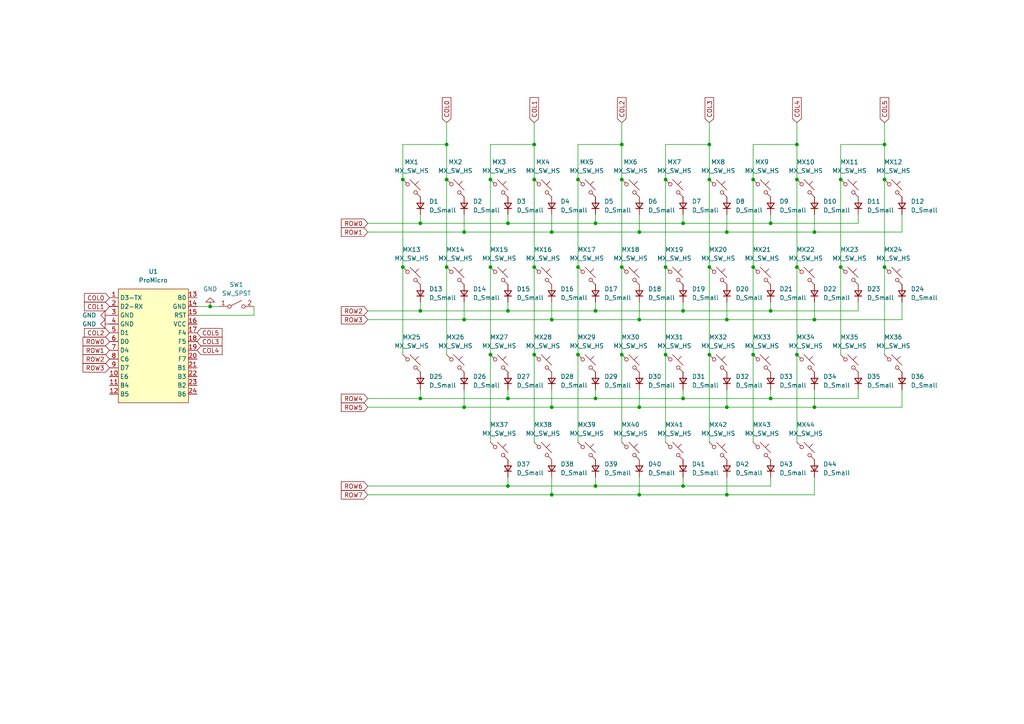
<source format=kicad_sch>
(kicad_sch (version 20230121) (generator eeschema)
  (paper "A4")
  (lib_symbols
    (symbol "Device:D_Small" (pin_numbers hide) (pin_names (offset 0.254) hide)
      (property "Reference" "D" (at -1.27 2.032 0))
      (property "Value" "D_Small" (at -3.81 -2.032 0))
      (symbol "D_Small_0_1"
        (polyline (pts (xy -0.762 -1.016) (xy -0.762 1.016)) (stroke (width 0.254)))
        (polyline (pts (xy -0.762 0) (xy 0.762 0)))
        (polyline (pts (xy 0.762 -1.016) (xy -0.762 0) (xy 0.762 1.016) (xy 0.762 -1.016)) (stroke (width 0.254)))
      )
      (symbol "D_Small_1_1"
        (pin passive line (at -2.54 0 0) (length 1.778) (name "K") (number "1"))
        (pin passive line (at 2.54 0 180) (length 1.778) (name "A") (number "2"))
      )
    )
    (symbol "Switch:SW_SPST" (pin_names (offset 0) hide)
      (property "Reference" "SW" (at 0 3.175 0))
      (property "Value" "SW_SPST" (at 0 -2.54 0))
      (symbol "SW_SPST_0_0"
        (circle (center -2.032 0) (radius 0.508))
        (polyline (pts (xy -1.524 0.254) (xy 1.524 1.778)))
        (circle (center 2.032 0) (radius 0.508))
      )
      (symbol "SW_SPST_1_1"
        (pin passive line (at -5.08 0 0) (length 2.54) (name "A") (number "1"))
        (pin passive line (at 5.08 0 180) (length 2.54) (name "B") (number "2"))
      )
    )
    (symbol "marbastlib-mx:MX_SW_HS" (pin_numbers hide) (pin_names (offset 1.016) hide)
      (property "Reference" "MX" (at 3.048 1.016 0))
      (property "Value" "MX_SW_HS" (at 0 -3.81 0))
      (symbol "MX_SW_HS_0_1"
        (circle (center -1.1684 1.1684) (radius 0.508))
        (polyline (pts (xy -0.508 2.54) (xy 2.54 -0.508)))
        (polyline (pts (xy 1.016 1.016) (xy 2.032 2.032)))
        (polyline (pts (xy -2.54 2.54) (xy -1.524 1.524) (xy -1.524 1.524)))
        (polyline (pts (xy 1.524 -1.524) (xy 2.54 -2.54) (xy 2.54 -2.54) (xy 2.54 -2.54)))
        (circle (center 1.143 -1.1938) (radius 0.508))
        (pin passive line (at -2.54 2.54 0) (length 0) (name "1") (number "1"))
        (pin passive line (at 2.54 -2.54 180) (length 0) (name "2") (number "2"))
      )
    )
    (symbol "marbastlib-promicroish:Arduino_ProMicro" (in_bom no)
      (property "Reference" "U" (at 0 20.32 0))
      (property "Value" "ProMicro" (at 0 17.78 0))
      (symbol "Arduino_ProMicro_0_0"
        (pin bidirectional line (at -12.7 13.97 0) (length 2.54) (name "D3-TX") (number "1"))
        (pin bidirectional line (at -12.7 -8.89 0) (length 2.54) (name "E6") (number "10"))
        (pin bidirectional line (at -12.7 -11.43 0) (length 2.54) (name "B4") (number "11"))
        (pin bidirectional line (at -12.7 -13.97 0) (length 2.54) (name "B5") (number "12"))
        (pin power_out line (at 12.7 11.43 180) (length 2.54) (name "GND") (number "14"))
        (pin bidirectional line (at 12.7 8.89 180) (length 2.54) (name "RST") (number "15"))
        (pin bidirectional line (at 12.7 3.81 180) (length 2.54) (name "F4") (number "17"))
        (pin bidirectional line (at 12.7 1.27 180) (length 2.54) (name "F5") (number "18"))
        (pin bidirectional line (at 12.7 -1.27 180) (length 2.54) (name "F6") (number "19"))
        (pin bidirectional line (at -12.7 11.43 0) (length 2.54) (name "D2-RX") (number "2"))
        (pin bidirectional line (at 12.7 -3.81 180) (length 2.54) (name "F7") (number "20"))
        (pin bidirectional line (at 12.7 -6.35 180) (length 2.54) (name "B1") (number "21"))
        (pin bidirectional line (at 12.7 -8.89 180) (length 2.54) (name "B3") (number "22"))
        (pin bidirectional line (at 12.7 -11.43 180) (length 2.54) (name "B2") (number "23"))
        (pin bidirectional line (at 12.7 -13.97 180) (length 2.54) (name "B6") (number "24"))
        (pin power_out line (at -12.7 8.89 0) (length 2.54) (name "GND") (number "3"))
        (pin power_out line (at -12.7 6.35 0) (length 2.54) (name "GND") (number "4"))
        (pin bidirectional line (at -12.7 3.81 0) (length 2.54) (name "D1") (number "5"))
        (pin bidirectional line (at -12.7 1.27 0) (length 2.54) (name "D0") (number "6"))
        (pin bidirectional line (at -12.7 -1.27 0) (length 2.54) (name "D4") (number "7"))
        (pin bidirectional line (at -12.7 -3.81 0) (length 2.54) (name "C6") (number "8"))
        (pin bidirectional line (at -12.7 -6.35 0) (length 2.54) (name "D7") (number "9"))
      )
      (symbol "Arduino_ProMicro_1_0"
        (pin bidirectional line (at 12.7 13.97 180) (length 2.54) (name "B0") (number "13"))
        (pin power_out line (at 12.7 6.35 180) (length 2.54) (name "VCC") (number "16"))
      )
      (symbol "Arduino_ProMicro_1_1"
        (rectangle (start -10.16 16.51) (end 10.16 -16.51) (fill (type background)))
      )
    )
    (symbol "power:GND" (power) (pin_names (offset 0))
      (property "Value" "GND" (at 0 -3.81 0))
      (symbol "GND_0_1"
        (polyline (pts (xy 0 0) (xy 0 -1.27) (xy 1.27 -1.27) (xy 0 -2.54) (xy -1.27 -1.27) (xy 0 -1.27)))
      )
      (symbol "GND_1_1"
        (pin power_in line (at 0 0 270) (length 0) hide (name "GND") (number "1"))
      )
    )
  )
  (junction (at 147.32 64.77))
  (junction (at 256.54 52.07))
  (junction (at 147.32 140.97))
  (junction (at 198.12 90.17))
  (junction (at 60.96 88.9))
  (junction (at 193.04 77.47))
  (junction (at 193.04 102.87))
  (junction (at 218.44 102.87))
  (junction (at 231.14 102.87))
  (junction (at 185.42 67.31))
  (junction (at 121.92 115.57))
  (junction (at 180.34 77.47))
  (junction (at 142.24 102.87))
  (junction (at 185.42 118.11))
  (junction (at 160.02 67.31))
  (junction (at 134.62 67.31))
  (junction (at 223.52 90.17))
  (junction (at 180.34 102.87))
  (junction (at 121.92 90.17))
  (junction (at 210.82 67.31))
  (junction (at 256.54 41.91))
  (junction (at 210.82 143.51))
  (junction (at 180.34 52.07))
  (junction (at 154.94 41.91))
  (junction (at 205.74 77.47))
  (junction (at 172.72 115.57))
  (junction (at 129.54 52.07))
  (junction (at 198.12 140.97))
  (junction (at 142.24 52.07))
  (junction (at 147.32 90.17))
  (junction (at 231.14 52.07))
  (junction (at 154.94 102.87))
  (junction (at 205.74 41.91))
  (junction (at 210.82 118.11))
  (junction (at 205.74 102.87))
  (junction (at 205.74 52.07))
  (junction (at 223.52 64.77))
  (junction (at 129.54 77.47))
  (junction (at 223.52 115.57))
  (junction (at 129.54 41.91))
  (junction (at 236.22 67.31))
  (junction (at 198.12 64.77))
  (junction (at 167.64 102.87))
  (junction (at 218.44 52.07))
  (junction (at 160.02 92.71))
  (junction (at 142.24 77.47))
  (junction (at 210.82 92.71))
  (junction (at 147.32 115.57))
  (junction (at 167.64 52.07))
  (junction (at 180.34 41.91))
  (junction (at 236.22 92.71))
  (junction (at 154.94 52.07))
  (junction (at 154.94 77.47))
  (junction (at 167.64 77.47))
  (junction (at 160.02 118.11))
  (junction (at 256.54 77.47))
  (junction (at 116.84 52.07))
  (junction (at 193.04 52.07))
  (junction (at 172.72 64.77))
  (junction (at 172.72 140.97))
  (junction (at 243.84 52.07))
  (junction (at 243.84 77.47))
  (junction (at 134.62 118.11))
  (junction (at 121.92 64.77))
  (junction (at 231.14 41.91))
  (junction (at 172.72 90.17))
  (junction (at 231.14 77.47))
  (junction (at 116.84 77.47))
  (junction (at 236.22 118.11))
  (junction (at 160.02 143.51))
  (junction (at 185.42 92.71))
  (junction (at 134.62 92.71))
  (junction (at 218.44 77.47))
  (junction (at 198.12 115.57))
  (junction (at 185.42 143.51))
  (wire (pts (xy 210.82 92.71) (xy 236.22 92.71)))
  (wire (pts (xy 210.82 138.43) (xy 210.82 143.51)))
  (wire (pts (xy 198.12 113.03) (xy 198.12 115.57)))
  (wire (pts (xy 106.68 143.51) (xy 160.02 143.51)))
  (wire (pts (xy 106.68 92.71) (xy 134.62 92.71)))
  (wire (pts (xy 236.22 92.71) (xy 261.62 92.71)))
  (wire (pts (xy 154.94 41.91) (xy 154.94 35.56)))
  (wire (pts (xy 134.62 62.23) (xy 134.62 67.31)))
  (wire (pts (xy 147.32 140.97) (xy 106.68 140.97)))
  (wire (pts (xy 198.12 140.97) (xy 172.72 140.97)))
  (wire (pts (xy 223.52 115.57) (xy 248.92 115.57)))
  (wire (pts (xy 134.62 92.71) (xy 160.02 92.71)))
  (wire (pts (xy 172.72 138.43) (xy 172.72 140.97)))
  (wire (pts (xy 243.84 77.47) (xy 243.84 52.07)))
  (wire (pts (xy 193.04 102.87) (xy 193.04 77.47)))
  (wire (pts (xy 121.92 113.03) (xy 121.92 115.57)))
  (wire (pts (xy 180.34 102.87) (xy 180.34 128.27)))
  (wire (pts (xy 193.04 128.27) (xy 193.04 102.87)))
  (wire (pts (xy 210.82 87.63) (xy 210.82 92.71)))
  (wire (pts (xy 129.54 41.91) (xy 129.54 52.07)))
  (wire (pts (xy 60.96 88.9) (xy 57.15 88.9)))
  (wire (pts (xy 205.74 35.56) (xy 205.74 41.91)))
  (wire (pts (xy 185.42 138.43) (xy 185.42 143.51)))
  (wire (pts (xy 73.66 91.44) (xy 57.15 91.44)))
  (wire (pts (xy 223.52 64.77) (xy 248.92 64.77)))
  (wire (pts (xy 147.32 115.57) (xy 172.72 115.57)))
  (wire (pts (xy 185.42 67.31) (xy 210.82 67.31)))
  (wire (pts (xy 256.54 52.07) (xy 256.54 77.47)))
  (wire (pts (xy 205.74 102.87) (xy 205.74 128.27)))
  (wire (pts (xy 154.94 77.47) (xy 154.94 52.07)))
  (wire (pts (xy 172.72 113.03) (xy 172.72 115.57)))
  (wire (pts (xy 223.52 87.63) (xy 223.52 90.17)))
  (wire (pts (xy 198.12 138.43) (xy 198.12 140.97)))
  (wire (pts (xy 218.44 52.07) (xy 218.44 41.91)))
  (wire (pts (xy 172.72 64.77) (xy 198.12 64.77)))
  (wire (pts (xy 231.14 77.47) (xy 231.14 102.87)))
  (wire (pts (xy 223.52 140.97) (xy 198.12 140.97)))
  (wire (pts (xy 172.72 140.97) (xy 147.32 140.97)))
  (wire (pts (xy 106.68 67.31) (xy 134.62 67.31)))
  (wire (pts (xy 223.52 62.23) (xy 223.52 64.77)))
  (wire (pts (xy 116.84 77.47) (xy 116.84 52.07)))
  (wire (pts (xy 147.32 87.63) (xy 147.32 90.17)))
  (wire (pts (xy 180.34 35.56) (xy 180.34 41.91)))
  (wire (pts (xy 185.42 113.03) (xy 185.42 118.11)))
  (wire (pts (xy 134.62 118.11) (xy 160.02 118.11)))
  (wire (pts (xy 218.44 77.47) (xy 218.44 52.07)))
  (wire (pts (xy 198.12 87.63) (xy 198.12 90.17)))
  (wire (pts (xy 210.82 113.03) (xy 210.82 118.11)))
  (wire (pts (xy 236.22 62.23) (xy 236.22 67.31)))
  (wire (pts (xy 167.64 52.07) (xy 167.64 41.91)))
  (wire (pts (xy 154.94 52.07) (xy 154.94 41.91)))
  (wire (pts (xy 167.64 128.27) (xy 167.64 102.87)))
  (wire (pts (xy 256.54 41.91) (xy 256.54 52.07)))
  (wire (pts (xy 147.32 62.23) (xy 147.32 64.77)))
  (wire (pts (xy 160.02 113.03) (xy 160.02 118.11)))
  (wire (pts (xy 180.34 41.91) (xy 180.34 52.07)))
  (wire (pts (xy 142.24 128.27) (xy 142.24 102.87)))
  (wire (pts (xy 142.24 77.47) (xy 142.24 52.07)))
  (wire (pts (xy 231.14 52.07) (xy 231.14 77.47)))
  (wire (pts (xy 160.02 92.71) (xy 185.42 92.71)))
  (wire (pts (xy 154.94 102.87) (xy 154.94 77.47)))
  (wire (pts (xy 223.52 90.17) (xy 248.92 90.17)))
  (wire (pts (xy 172.72 62.23) (xy 172.72 64.77)))
  (wire (pts (xy 236.22 87.63) (xy 236.22 92.71)))
  (wire (pts (xy 248.92 113.03) (xy 248.92 115.57)))
  (wire (pts (xy 185.42 62.23) (xy 185.42 67.31)))
  (wire (pts (xy 210.82 67.31) (xy 236.22 67.31)))
  (wire (pts (xy 218.44 102.87) (xy 218.44 77.47)))
  (wire (pts (xy 160.02 138.43) (xy 160.02 143.51)))
  (wire (pts (xy 134.62 87.63) (xy 134.62 92.71)))
  (wire (pts (xy 121.92 64.77) (xy 147.32 64.77)))
  (wire (pts (xy 60.96 88.9) (xy 63.5 88.9)))
  (wire (pts (xy 185.42 143.51) (xy 210.82 143.51)))
  (wire (pts (xy 185.42 118.11) (xy 210.82 118.11)))
  (wire (pts (xy 248.92 87.63) (xy 248.92 90.17)))
  (wire (pts (xy 205.74 41.91) (xy 205.74 52.07)))
  (wire (pts (xy 193.04 41.91) (xy 205.74 41.91)))
  (wire (pts (xy 160.02 62.23) (xy 160.02 67.31)))
  (wire (pts (xy 261.62 113.03) (xy 261.62 118.11)))
  (wire (pts (xy 116.84 102.87) (xy 116.84 77.47)))
  (wire (pts (xy 129.54 77.47) (xy 129.54 102.87)))
  (wire (pts (xy 167.64 77.47) (xy 167.64 52.07)))
  (wire (pts (xy 193.04 52.07) (xy 193.04 41.91)))
  (wire (pts (xy 223.52 138.43) (xy 223.52 140.97)))
  (wire (pts (xy 172.72 115.57) (xy 198.12 115.57)))
  (wire (pts (xy 205.74 52.07) (xy 205.74 77.47)))
  (wire (pts (xy 142.24 41.91) (xy 154.94 41.91)))
  (wire (pts (xy 205.74 77.47) (xy 205.74 102.87)))
  (wire (pts (xy 198.12 90.17) (xy 223.52 90.17)))
  (wire (pts (xy 180.34 52.07) (xy 180.34 77.47)))
  (wire (pts (xy 142.24 102.87) (xy 142.24 77.47)))
  (wire (pts (xy 160.02 67.31) (xy 185.42 67.31)))
  (wire (pts (xy 193.04 77.47) (xy 193.04 52.07)))
  (wire (pts (xy 167.64 102.87) (xy 167.64 77.47)))
  (wire (pts (xy 121.92 115.57) (xy 147.32 115.57)))
  (wire (pts (xy 134.62 67.31) (xy 160.02 67.31)))
  (wire (pts (xy 236.22 138.43) (xy 236.22 143.51)))
  (wire (pts (xy 256.54 35.56) (xy 256.54 41.91)))
  (wire (pts (xy 231.14 35.56) (xy 231.14 41.91)))
  (wire (pts (xy 106.68 64.77) (xy 121.92 64.77)))
  (wire (pts (xy 231.14 41.91) (xy 231.14 52.07)))
  (wire (pts (xy 236.22 113.03) (xy 236.22 118.11)))
  (wire (pts (xy 210.82 143.51) (xy 236.22 143.51)))
  (wire (pts (xy 129.54 52.07) (xy 129.54 77.47)))
  (wire (pts (xy 121.92 87.63) (xy 121.92 90.17)))
  (wire (pts (xy 248.92 62.23) (xy 248.92 64.77)))
  (wire (pts (xy 261.62 87.63) (xy 261.62 92.71)))
  (wire (pts (xy 106.68 115.57) (xy 121.92 115.57)))
  (wire (pts (xy 243.84 102.87) (xy 243.84 77.47)))
  (wire (pts (xy 147.32 138.43) (xy 147.32 140.97)))
  (wire (pts (xy 160.02 118.11) (xy 185.42 118.11)))
  (wire (pts (xy 243.84 41.91) (xy 256.54 41.91)))
  (wire (pts (xy 243.84 52.07) (xy 243.84 41.91)))
  (wire (pts (xy 106.68 90.17) (xy 121.92 90.17)))
  (wire (pts (xy 185.42 92.71) (xy 210.82 92.71)))
  (wire (pts (xy 134.62 113.03) (xy 134.62 118.11)))
  (wire (pts (xy 218.44 102.87) (xy 218.44 128.27)))
  (wire (pts (xy 121.92 90.17) (xy 147.32 90.17)))
  (wire (pts (xy 147.32 90.17) (xy 172.72 90.17)))
  (wire (pts (xy 116.84 52.07) (xy 116.84 41.91)))
  (wire (pts (xy 210.82 118.11) (xy 236.22 118.11)))
  (wire (pts (xy 218.44 41.91) (xy 231.14 41.91)))
  (wire (pts (xy 172.72 87.63) (xy 172.72 90.17)))
  (wire (pts (xy 116.84 41.91) (xy 129.54 41.91)))
  (wire (pts (xy 129.54 35.56) (xy 129.54 41.91)))
  (wire (pts (xy 198.12 62.23) (xy 198.12 64.77)))
  (wire (pts (xy 231.14 102.87) (xy 231.14 128.27)))
  (wire (pts (xy 256.54 77.47) (xy 256.54 102.87)))
  (wire (pts (xy 198.12 115.57) (xy 223.52 115.57)))
  (wire (pts (xy 160.02 143.51) (xy 185.42 143.51)))
  (wire (pts (xy 73.66 88.9) (xy 73.66 91.44)))
  (wire (pts (xy 147.32 64.77) (xy 172.72 64.77)))
  (wire (pts (xy 180.34 77.47) (xy 180.34 102.87)))
  (wire (pts (xy 142.24 52.07) (xy 142.24 41.91)))
  (wire (pts (xy 236.22 118.11) (xy 261.62 118.11)))
  (wire (pts (xy 147.32 113.03) (xy 147.32 115.57)))
  (wire (pts (xy 121.92 62.23) (xy 121.92 64.77)))
  (wire (pts (xy 236.22 67.31) (xy 261.62 67.31)))
  (wire (pts (xy 198.12 64.77) (xy 223.52 64.77)))
  (wire (pts (xy 223.52 113.03) (xy 223.52 115.57)))
  (wire (pts (xy 172.72 90.17) (xy 198.12 90.17)))
  (wire (pts (xy 167.64 41.91) (xy 180.34 41.91)))
  (wire (pts (xy 185.42 87.63) (xy 185.42 92.71)))
  (wire (pts (xy 261.62 62.23) (xy 261.62 67.31)))
  (wire (pts (xy 160.02 87.63) (xy 160.02 92.71)))
  (wire (pts (xy 210.82 62.23) (xy 210.82 67.31)))
  (wire (pts (xy 106.68 118.11) (xy 134.62 118.11)))
  (wire (pts (xy 154.94 128.27) (xy 154.94 102.87)))
  (global_label "ROW1" (shape input) (at 106.68 67.31 180) (property "Intersheetrefs" "${INTERSHEET_REFS}" (effects hide)))
  (global_label "ROW0" (shape input) (at 106.68 64.77 180) (property "Intersheetrefs" "${INTERSHEET_REFS}" (effects hide)))
  (global_label "ROW1" (shape input) (at 31.75 101.6 180) (property "Intersheetrefs" "${INTERSHEET_REFS}" (effects hide)))
  (global_label "ROW5" (shape input) (at 106.68 118.11 180) (property "Intersheetrefs" "${INTERSHEET_REFS}" (effects hide)))
  (global_label "ROW6" (shape input) (at 106.68 140.97 180) (property "Intersheetrefs" "${INTERSHEET_REFS}" (effects hide)))
  (global_label "ROW4" (shape input) (at 106.68 115.57 180) (property "Intersheetrefs" "${INTERSHEET_REFS}" (effects hide)))
  (global_label "ROW2" (shape input) (at 106.68 90.17 180) (property "Intersheetrefs" "${INTERSHEET_REFS}" (effects hide)))
  (global_label "COL4" (shape input) (at 57.15 101.6 0) (property "Intersheetrefs" "${INTERSHEET_REFS}" (effects hide)))
  (global_label "COL3" (shape input) (at 57.15 99.06 0) (property "Intersheetrefs" "${INTERSHEET_REFS}" (effects hide)))
  (global_label "ROW7" (shape input) (at 106.68 143.51 180) (property "Intersheetrefs" "${INTERSHEET_REFS}" (effects hide)))
  (global_label "ROW3" (shape input) (at 31.75 106.68 180) (property "Intersheetrefs" "${INTERSHEET_REFS}" (effects hide)))
  (global_label "COL0" (shape input) (at 31.75 86.36 180) (property "Intersheetrefs" "${INTERSHEET_REFS}" (effects hide)))
  (global_label "COL2" (shape input) (at 31.75 96.52 180) (property "Intersheetrefs" "${INTERSHEET_REFS}" (effects hide)))
  (global_label "ROW3" (shape input) (at 106.68 92.71 180) (property "Intersheetrefs" "${INTERSHEET_REFS}" (effects hide)))
  (global_label "COL5" (shape input) (at 256.54 35.56 90) (property "Intersheetrefs" "${INTERSHEET_REFS}" (effects hide)))
  (global_label "COL3" (shape input) (at 205.74 35.56 90) (property "Intersheetrefs" "${INTERSHEET_REFS}" (effects hide)))
  (global_label "COL0" (shape input) (at 129.54 35.56 90) (property "Intersheetrefs" "${INTERSHEET_REFS}" (effects hide)))
  (global_label "ROW2" (shape input) (at 31.75 104.14 180) (property "Intersheetrefs" "${INTERSHEET_REFS}" (effects hide)))
  (global_label "COL2" (shape input) (at 180.34 35.56 90) (property "Intersheetrefs" "${INTERSHEET_REFS}" (effects hide)))
  (global_label "COL1" (shape input) (at 31.75 88.9 180) (property "Intersheetrefs" "${INTERSHEET_REFS}" (effects hide)))
  (global_label "COL4" (shape input) (at 231.14 35.56 90) (property "Intersheetrefs" "${INTERSHEET_REFS}" (effects hide)))
  (global_label "COL1" (shape input) (at 154.94 35.56 90) (property "Intersheetrefs" "${INTERSHEET_REFS}" (effects hide)))
  (global_label "ROW0" (shape input) (at 31.75 99.06 180) (property "Intersheetrefs" "${INTERSHEET_REFS}" (effects hide)))
  (global_label "COL5" (shape input) (at 57.15 96.52 0) (property "Intersheetrefs" "${INTERSHEET_REFS}" (effects hide)))
  (symbol (lib_id "Device:D_Small") (at 236.22 85.09 90) (unit 1)
    (property "Reference" "D22" (at 238.76 83.82 90) (effects (justify right)))
    (property "Value" "D_Small" (at 238.76 86.36 90) (effects (justify right)))
    (property "Footprint" "Diode_SMD:D_SOD-123" (effects hide))
    (property "Sim.Device" "D" (effects hide))
    (property "Sim.Pins" "1=K 2=A" (effects hide))
  )
  (symbol (lib_id "Device:D_Small") (at 236.22 135.89 90) (unit 1)
    (property "Reference" "D44" (at 238.76 134.62 90) (effects (justify right)))
    (property "Value" "D_Small" (at 238.76 137.16 90) (effects (justify right)))
    (property "Footprint" "Diode_SMD:D_SOD-123" (effects hide))
    (property "Sim.Device" "D" (effects hide))
    (property "Sim.Pins" "1=K 2=A" (effects hide))
  )
  (symbol (lib_id "Device:D_Small") (at 160.02 110.49 90) (unit 1)
    (property "Reference" "D28" (at 162.56 109.22 90) (effects (justify right)))
    (property "Value" "D_Small" (at 162.56 111.76 90) (effects (justify right)))
    (property "Footprint" "Diode_SMD:D_SOD-123" (effects hide))
    (property "Sim.Device" "D" (effects hide))
    (property "Sim.Pins" "1=K 2=A" (effects hide))
  )
  (symbol (lib_id "Device:D_Small") (at 210.82 110.49 90) (unit 1)
    (property "Reference" "D32" (at 213.36 109.22 90) (effects (justify right)))
    (property "Value" "D_Small" (at 213.36 111.76 90) (effects (justify right)))
    (property "Footprint" "Diode_SMD:D_SOD-123" (effects hide))
    (property "Sim.Device" "D" (effects hide))
    (property "Sim.Pins" "1=K 2=A" (effects hide))
  )
  (symbol (lib_id "marbastlib-mx:MX_SW_HS") (at 144.78 80.01 0) (unit 1)
    (property "Reference" "MX15" (at 144.78 72.39 0))
    (property "Value" "MX_SW_HS" (at 144.78 74.93 0))
    (property "Footprint" "marbastlib-mx:SW_MX_HS_1u" (effects hide))
  )
  (symbol (lib_id "marbastlib-mx:MX_SW_HS") (at 220.98 54.61 0) (unit 1)
    (property "Reference" "MX9" (at 220.98 46.99 0))
    (property "Value" "MX_SW_HS" (at 220.98 49.53 0))
    (property "Footprint" "marbastlib-mx:SW_MX_HS_1u" (effects hide))
  )
  (symbol (lib_id "Switch:SW_SPST") (at 68.58 88.9 0) (unit 1)
    (property "Reference" "SW1" (at 68.58 82.55 0))
    (property "Value" "SW_SPST" (at 68.58 85.09 0))
    (property "Footprint" "Switches:TACTILE_SWITCH_SMD_6.0X3.5MM" (effects hide))
  )
  (symbol (lib_id "marbastlib-mx:MX_SW_HS") (at 246.38 105.41 0) (unit 1)
    (property "Reference" "MX35" (at 246.38 97.79 0))
    (property "Value" "MX_SW_HS" (at 246.38 100.33 0))
    (property "Footprint" "marbastlib-mx:SW_MX_HS_1u" (effects hide))
  )
  (symbol (lib_id "marbastlib-mx:MX_SW_HS") (at 182.88 105.41 0) (unit 1)
    (property "Reference" "MX30" (at 182.88 97.79 0))
    (property "Value" "MX_SW_HS" (at 182.88 100.33 0))
    (property "Footprint" "marbastlib-mx:SW_MX_HS_1u" (effects hide))
  )
  (symbol (lib_id "Device:D_Small") (at 172.72 85.09 90) (unit 1)
    (property "Reference" "D17" (at 175.26 83.82 90) (effects (justify right)))
    (property "Value" "D_Small" (at 175.26 86.36 90) (effects (justify right)))
    (property "Footprint" "Diode_SMD:D_SOD-123" (effects hide))
    (property "Sim.Device" "D" (effects hide))
    (property "Sim.Pins" "1=K 2=A" (effects hide))
  )
  (symbol (lib_id "Device:D_Small") (at 121.92 110.49 90) (unit 1)
    (property "Reference" "D25" (at 124.46 109.22 90) (effects (justify right)))
    (property "Value" "D_Small" (at 124.46 111.76 90) (effects (justify right)))
    (property "Footprint" "Diode_SMD:D_SOD-123" (effects hide))
    (property "Sim.Device" "D" (effects hide))
    (property "Sim.Pins" "1=K 2=A" (effects hide))
  )
  (symbol (lib_id "Device:D_Small") (at 198.12 110.49 90) (unit 1)
    (property "Reference" "D31" (at 200.66 109.22 90) (effects (justify right)))
    (property "Value" "D_Small" (at 200.66 111.76 90) (effects (justify right)))
    (property "Footprint" "Diode_SMD:D_SOD-123" (effects hide))
    (property "Sim.Device" "D" (effects hide))
    (property "Sim.Pins" "1=K 2=A" (effects hide))
  )
  (symbol (lib_id "Device:D_Small") (at 134.62 85.09 90) (unit 1)
    (property "Reference" "D14" (at 137.16 83.82 90) (effects (justify right)))
    (property "Value" "D_Small" (at 137.16 86.36 90) (effects (justify right)))
    (property "Footprint" "Diode_SMD:D_SOD-123" (effects hide))
    (property "Sim.Device" "D" (effects hide))
    (property "Sim.Pins" "1=K 2=A" (effects hide))
  )
  (symbol (lib_id "Device:D_Small") (at 160.02 59.69 90) (unit 1)
    (property "Reference" "D4" (at 162.56 58.42 90) (effects (justify right)))
    (property "Value" "D_Small" (at 162.56 60.96 90) (effects (justify right)))
    (property "Footprint" "Diode_SMD:D_SOD-123" (effects hide))
    (property "Sim.Device" "D" (effects hide))
    (property "Sim.Pins" "1=K 2=A" (effects hide))
  )
  (symbol (lib_id "marbastlib-mx:MX_SW_HS") (at 233.68 105.41 0) (unit 1)
    (property "Reference" "MX34" (at 233.68 97.79 0))
    (property "Value" "MX_SW_HS" (at 233.68 100.33 0))
    (property "Footprint" "marbastlib-mx:SW_MX_HS_1u" (effects hide))
  )
  (symbol (lib_id "marbastlib-mx:MX_SW_HS") (at 208.28 54.61 0) (unit 1)
    (property "Reference" "MX8" (at 208.28 46.99 0))
    (property "Value" "MX_SW_HS" (at 208.28 49.53 0))
    (property "Footprint" "marbastlib-mx:SW_MX_HS_1u" (effects hide))
  )
  (symbol (lib_id "Device:D_Small") (at 223.52 110.49 90) (unit 1)
    (property "Reference" "D33" (at 226.06 109.22 90) (effects (justify right)))
    (property "Value" "D_Small" (at 226.06 111.76 90) (effects (justify right)))
    (property "Footprint" "Diode_SMD:D_SOD-123" (effects hide))
    (property "Sim.Device" "D" (effects hide))
    (property "Sim.Pins" "1=K 2=A" (effects hide))
  )
  (symbol (lib_id "Device:D_Small") (at 160.02 135.89 90) (unit 1)
    (property "Reference" "D38" (at 162.56 134.62 90) (effects (justify right)))
    (property "Value" "D_Small" (at 162.56 137.16 90) (effects (justify right)))
    (property "Footprint" "Diode_SMD:D_SOD-123" (effects hide))
    (property "Sim.Device" "D" (effects hide))
    (property "Sim.Pins" "1=K 2=A" (effects hide))
  )
  (symbol (lib_id "marbastlib-mx:MX_SW_HS") (at 246.38 54.61 0) (unit 1)
    (property "Reference" "MX11" (at 246.38 46.99 0))
    (property "Value" "MX_SW_HS" (at 246.38 49.53 0))
    (property "Footprint" "marbastlib-mx:SW_MX_HS_1u" (effects hide))
  )
  (symbol (lib_id "Device:D_Small") (at 236.22 59.69 90) (unit 1)
    (property "Reference" "D10" (at 238.76 58.42 90) (effects (justify right)))
    (property "Value" "D_Small" (at 238.76 60.96 90) (effects (justify right)))
    (property "Footprint" "Diode_SMD:D_SOD-123" (effects hide))
    (property "Sim.Device" "D" (effects hide))
    (property "Sim.Pins" "1=K 2=A" (effects hide))
  )
  (symbol (lib_id "marbastlib-mx:MX_SW_HS") (at 233.68 80.01 0) (unit 1)
    (property "Reference" "MX22" (at 233.68 72.39 0))
    (property "Value" "MX_SW_HS" (at 233.68 74.93 0))
    (property "Footprint" "marbastlib-mx:SW_MX_HS_1u" (effects hide))
  )
  (symbol (lib_id "power:GND") (at 60.96 88.9 180) (unit 1)
    (property "Reference" "#PWR03" (effects hide))
    (property "Value" "GND" (at 60.96 83.82 0))
  )
  (symbol (lib_id "marbastlib-mx:MX_SW_HS") (at 246.38 80.01 0) (unit 1)
    (property "Reference" "MX23" (at 246.38 72.39 0))
    (property "Value" "MX_SW_HS" (at 246.38 74.93 0))
    (property "Footprint" "marbastlib-mx:SW_MX_HS_1u" (effects hide))
  )
  (symbol (lib_id "Device:D_Small") (at 172.72 135.89 90) (unit 1)
    (property "Reference" "D39" (at 175.26 134.62 90) (effects (justify right)))
    (property "Value" "D_Small" (at 175.26 137.16 90) (effects (justify right)))
    (property "Footprint" "Diode_SMD:D_SOD-123" (effects hide))
    (property "Sim.Device" "D" (effects hide))
    (property "Sim.Pins" "1=K 2=A" (effects hide))
  )
  (symbol (lib_id "marbastlib-mx:MX_SW_HS") (at 220.98 105.41 0) (unit 1)
    (property "Reference" "MX33" (at 220.98 97.79 0))
    (property "Value" "MX_SW_HS" (at 220.98 100.33 0))
    (property "Footprint" "marbastlib-mx:SW_MX_HS_1u" (effects hide))
  )
  (symbol (lib_id "Device:D_Small") (at 210.82 85.09 90) (unit 1)
    (property "Reference" "D20" (at 213.36 83.82 90) (effects (justify right)))
    (property "Value" "D_Small" (at 213.36 86.36 90) (effects (justify right)))
    (property "Footprint" "Diode_SMD:D_SOD-123" (effects hide))
    (property "Sim.Device" "D" (effects hide))
    (property "Sim.Pins" "1=K 2=A" (effects hide))
  )
  (symbol (lib_id "Device:D_Small") (at 210.82 135.89 90) (unit 1)
    (property "Reference" "D42" (at 213.36 134.62 90) (effects (justify right)))
    (property "Value" "D_Small" (at 213.36 137.16 90) (effects (justify right)))
    (property "Footprint" "Diode_SMD:D_SOD-123" (effects hide))
    (property "Sim.Device" "D" (effects hide))
    (property "Sim.Pins" "1=K 2=A" (effects hide))
  )
  (symbol (lib_id "marbastlib-mx:MX_SW_HS") (at 182.88 130.81 0) (unit 1)
    (property "Reference" "MX40" (at 182.88 123.19 0))
    (property "Value" "MX_SW_HS" (at 182.88 125.73 0))
    (property "Footprint" "marbastlib-mx:SW_MX_HS_1u" (effects hide))
  )
  (symbol (lib_id "Device:D_Small") (at 210.82 59.69 90) (unit 1)
    (property "Reference" "D8" (at 213.36 58.42 90) (effects (justify right)))
    (property "Value" "D_Small" (at 213.36 60.96 90) (effects (justify right)))
    (property "Footprint" "Diode_SMD:D_SOD-123" (effects hide))
    (property "Sim.Device" "D" (effects hide))
    (property "Sim.Pins" "1=K 2=A" (effects hide))
  )
  (symbol (lib_id "power:GND") (at 31.75 91.44 270) (unit 1)
    (property "Reference" "#PWR01" (effects hide))
    (property "Value" "GND" (at 27.94 91.44 90) (effects (justify right)))
  )
  (symbol (lib_id "Device:D_Small") (at 223.52 135.89 90) (unit 1)
    (property "Reference" "D43" (at 226.06 134.62 90) (effects (justify right)))
    (property "Value" "D_Small" (at 226.06 137.16 90) (effects (justify right)))
    (property "Footprint" "Diode_SMD:D_SOD-123" (effects hide))
    (property "Sim.Device" "D" (effects hide))
    (property "Sim.Pins" "1=K 2=A" (effects hide))
  )
  (symbol (lib_id "marbastlib-mx:MX_SW_HS") (at 170.18 80.01 0) (unit 1)
    (property "Reference" "MX17" (at 170.18 72.39 0))
    (property "Value" "MX_SW_HS" (at 170.18 74.93 0))
    (property "Footprint" "marbastlib-mx:SW_MX_HS_1u" (effects hide))
  )
  (symbol (lib_id "Device:D_Small") (at 185.42 59.69 90) (unit 1)
    (property "Reference" "D6" (at 187.96 58.42 90) (effects (justify right)))
    (property "Value" "D_Small" (at 187.96 60.96 90) (effects (justify right)))
    (property "Footprint" "Diode_SMD:D_SOD-123" (effects hide))
    (property "Sim.Device" "D" (effects hide))
    (property "Sim.Pins" "1=K 2=A" (effects hide))
  )
  (symbol (lib_id "marbastlib-mx:MX_SW_HS") (at 208.28 105.41 0) (unit 1)
    (property "Reference" "MX32" (at 208.28 97.79 0))
    (property "Value" "MX_SW_HS" (at 208.28 100.33 0))
    (property "Footprint" "marbastlib-mx:SW_MX_HS_1u" (effects hide))
  )
  (symbol (lib_id "marbastlib-mx:MX_SW_HS") (at 157.48 130.81 0) (unit 1)
    (property "Reference" "MX38" (at 157.48 123.19 0))
    (property "Value" "MX_SW_HS" (at 157.48 125.73 0))
    (property "Footprint" "marbastlib-mx:SW_MX_HS_1u" (effects hide))
  )
  (symbol (lib_id "marbastlib-mx:MX_SW_HS") (at 182.88 54.61 0) (unit 1)
    (property "Reference" "MX6" (at 182.88 46.99 0))
    (property "Value" "MX_SW_HS" (at 182.88 49.53 0))
    (property "Footprint" "marbastlib-mx:SW_MX_HS_1u" (effects hide))
  )
  (symbol (lib_id "Device:D_Small") (at 261.62 110.49 90) (unit 1)
    (property "Reference" "D36" (at 264.16 109.22 90) (effects (justify right)))
    (property "Value" "D_Small" (at 264.16 111.76 90) (effects (justify right)))
    (property "Footprint" "Diode_SMD:D_SOD-123" (effects hide))
    (property "Sim.Device" "D" (effects hide))
    (property "Sim.Pins" "1=K 2=A" (effects hide))
  )
  (symbol (lib_id "marbastlib-mx:MX_SW_HS") (at 119.38 105.41 0) (unit 1)
    (property "Reference" "MX25" (at 119.38 97.79 0))
    (property "Value" "MX_SW_HS" (at 119.38 100.33 0))
    (property "Footprint" "marbastlib-mx:SW_MX_HS_1u" (effects hide))
  )
  (symbol (lib_id "marbastlib-mx:MX_SW_HS") (at 144.78 130.81 0) (unit 1)
    (property "Reference" "MX37" (at 144.78 123.19 0))
    (property "Value" "MX_SW_HS" (at 144.78 125.73 0))
    (property "Footprint" "marbastlib-mx:SW_MX_HS_1u" (effects hide))
  )
  (symbol (lib_id "marbastlib-promicroish:Arduino_ProMicro") (at 44.45 100.33 0) (unit 1) (in_bom no)
    (property "Reference" "U1" (at 44.45 78.74 0))
    (property "Value" "ProMicro" (at 44.45 81.28 0))
    (property "Footprint" "marbastlib-xp-promicroish:ProMicro_USBup" (effects hide))
  )
  (symbol (lib_id "Device:D_Small") (at 172.72 110.49 90) (unit 1)
    (property "Reference" "D29" (at 175.26 109.22 90) (effects (justify right)))
    (property "Value" "D_Small" (at 175.26 111.76 90) (effects (justify right)))
    (property "Footprint" "Diode_SMD:D_SOD-123" (effects hide))
    (property "Sim.Device" "D" (effects hide))
    (property "Sim.Pins" "1=K 2=A" (effects hide))
  )
  (symbol (lib_id "marbastlib-mx:MX_SW_HS") (at 157.48 54.61 0) (unit 1)
    (property "Reference" "MX4" (at 157.48 46.99 0))
    (property "Value" "MX_SW_HS" (at 157.48 49.53 0))
    (property "Footprint" "marbastlib-mx:SW_MX_HS_1u" (effects hide))
  )
  (symbol (lib_id "Device:D_Small") (at 185.42 85.09 90) (unit 1)
    (property "Reference" "D18" (at 187.96 83.82 90) (effects (justify right)))
    (property "Value" "D_Small" (at 187.96 86.36 90) (effects (justify right)))
    (property "Footprint" "Diode_SMD:D_SOD-123" (effects hide))
    (property "Sim.Device" "D" (effects hide))
    (property "Sim.Pins" "1=K 2=A" (effects hide))
  )
  (symbol (lib_id "marbastlib-mx:MX_SW_HS") (at 157.48 105.41 0) (unit 1)
    (property "Reference" "MX28" (at 157.48 97.79 0))
    (property "Value" "MX_SW_HS" (at 157.48 100.33 0))
    (property "Footprint" "marbastlib-mx:SW_MX_HS_1u" (effects hide))
  )
  (symbol (lib_id "Device:D_Small") (at 223.52 59.69 90) (unit 1)
    (property "Reference" "D9" (at 226.06 58.42 90) (effects (justify right)))
    (property "Value" "D_Small" (at 226.06 60.96 90) (effects (justify right)))
    (property "Footprint" "Diode_SMD:D_SOD-123" (effects hide))
    (property "Sim.Device" "D" (effects hide))
    (property "Sim.Pins" "1=K 2=A" (effects hide))
  )
  (symbol (lib_id "marbastlib-mx:MX_SW_HS") (at 233.68 54.61 0) (unit 1)
    (property "Reference" "MX10" (at 233.68 46.99 0))
    (property "Value" "MX_SW_HS" (at 233.68 49.53 0))
    (property "Footprint" "marbastlib-mx:SW_MX_HS_1u" (effects hide))
  )
  (symbol (lib_id "Device:D_Small") (at 147.32 59.69 90) (unit 1)
    (property "Reference" "D3" (at 149.86 58.42 90) (effects (justify right)))
    (property "Value" "D_Small" (at 149.86 60.96 90) (effects (justify right)))
    (property "Footprint" "Diode_SMD:D_SOD-123" (effects hide))
    (property "Sim.Device" "D" (effects hide))
    (property "Sim.Pins" "1=K 2=A" (effects hide))
  )
  (symbol (lib_id "marbastlib-mx:MX_SW_HS") (at 195.58 80.01 0) (unit 1)
    (property "Reference" "MX19" (at 195.58 72.39 0))
    (property "Value" "MX_SW_HS" (at 195.58 74.93 0))
    (property "Footprint" "marbastlib-mx:SW_MX_HS_1u" (effects hide))
  )
  (symbol (lib_id "power:GND") (at 31.75 93.98 270) (unit 1)
    (property "Reference" "#PWR02" (effects hide))
    (property "Value" "GND" (at 27.94 93.98 90) (effects (justify right)))
  )
  (symbol (lib_id "marbastlib-mx:MX_SW_HS") (at 195.58 130.81 0) (unit 1)
    (property "Reference" "MX41" (at 195.58 123.19 0))
    (property "Value" "MX_SW_HS" (at 195.58 125.73 0))
    (property "Footprint" "marbastlib-mx:SW_MX_HS_1u" (effects hide))
  )
  (symbol (lib_id "marbastlib-mx:MX_SW_HS") (at 220.98 80.01 0) (unit 1)
    (property "Reference" "MX21" (at 220.98 72.39 0))
    (property "Value" "MX_SW_HS" (at 220.98 74.93 0))
    (property "Footprint" "marbastlib-mx:SW_MX_HS_1u" (effects hide))
  )
  (symbol (lib_id "Device:D_Small") (at 121.92 85.09 90) (unit 1)
    (property "Reference" "D13" (at 124.46 83.82 90) (effects (justify right)))
    (property "Value" "D_Small" (at 124.46 86.36 90) (effects (justify right)))
    (property "Footprint" "Diode_SMD:D_SOD-123" (effects hide))
    (property "Sim.Device" "D" (effects hide))
    (property "Sim.Pins" "1=K 2=A" (effects hide))
  )
  (symbol (lib_id "marbastlib-mx:MX_SW_HS") (at 259.08 80.01 0) (unit 1)
    (property "Reference" "MX24" (at 259.08 72.39 0))
    (property "Value" "MX_SW_HS" (at 259.08 74.93 0))
    (property "Footprint" "marbastlib-mx:SW_MX_HS_1u" (effects hide))
  )
  (symbol (lib_id "marbastlib-mx:MX_SW_HS") (at 182.88 80.01 0) (unit 1)
    (property "Reference" "MX18" (at 182.88 72.39 0))
    (property "Value" "MX_SW_HS" (at 182.88 74.93 0))
    (property "Footprint" "marbastlib-mx:SW_MX_HS_1u" (effects hide))
  )
  (symbol (lib_id "marbastlib-mx:MX_SW_HS") (at 132.08 80.01 0) (unit 1)
    (property "Reference" "MX14" (at 132.08 72.39 0))
    (property "Value" "MX_SW_HS" (at 132.08 74.93 0))
    (property "Footprint" "marbastlib-mx:SW_MX_HS_1u" (effects hide))
  )
  (symbol (lib_id "marbastlib-mx:MX_SW_HS") (at 195.58 54.61 0) (unit 1)
    (property "Reference" "MX7" (at 195.58 46.99 0))
    (property "Value" "MX_SW_HS" (at 195.58 49.53 0))
    (property "Footprint" "marbastlib-mx:SW_MX_HS_1u" (effects hide))
  )
  (symbol (lib_id "Device:D_Small") (at 248.92 85.09 90) (unit 1)
    (property "Reference" "D23" (at 251.46 83.82 90) (effects (justify right)))
    (property "Value" "D_Small" (at 251.46 86.36 90) (effects (justify right)))
    (property "Footprint" "Diode_SMD:D_SOD-123" (effects hide))
    (property "Sim.Device" "D" (effects hide))
    (property "Sim.Pins" "1=K 2=A" (effects hide))
  )
  (symbol (lib_id "marbastlib-mx:MX_SW_HS") (at 132.08 105.41 0) (unit 1)
    (property "Reference" "MX26" (at 132.08 97.79 0))
    (property "Value" "MX_SW_HS" (at 132.08 100.33 0))
    (property "Footprint" "marbastlib-mx:SW_MX_HS_1u" (effects hide))
  )
  (symbol (lib_id "marbastlib-mx:MX_SW_HS") (at 170.18 54.61 0) (unit 1)
    (property "Reference" "MX5" (at 170.18 46.99 0))
    (property "Value" "MX_SW_HS" (at 170.18 49.53 0))
    (property "Footprint" "marbastlib-mx:SW_MX_HS_1u" (effects hide))
  )
  (symbol (lib_id "marbastlib-mx:MX_SW_HS") (at 170.18 105.41 0) (unit 1)
    (property "Reference" "MX29" (at 170.18 97.79 0))
    (property "Value" "MX_SW_HS" (at 170.18 100.33 0))
    (property "Footprint" "marbastlib-mx:SW_MX_HS_1u" (effects hide))
  )
  (symbol (lib_id "Device:D_Small") (at 185.42 110.49 90) (unit 1)
    (property "Reference" "D30" (at 187.96 109.22 90) (effects (justify right)))
    (property "Value" "D_Small" (at 187.96 111.76 90) (effects (justify right)))
    (property "Footprint" "Diode_SMD:D_SOD-123" (effects hide))
    (property "Sim.Device" "D" (effects hide))
    (property "Sim.Pins" "1=K 2=A" (effects hide))
  )
  (symbol (lib_id "Device:D_Small") (at 134.62 59.69 90) (unit 1)
    (property "Reference" "D2" (at 137.16 58.42 90) (effects (justify right)))
    (property "Value" "D_Small" (at 137.16 60.96 90) (effects (justify right)))
    (property "Footprint" "Diode_SMD:D_SOD-123" (effects hide))
    (property "Sim.Device" "D" (effects hide))
    (property "Sim.Pins" "1=K 2=A" (effects hide))
  )
  (symbol (lib_id "Device:D_Small") (at 248.92 110.49 90) (unit 1)
    (property "Reference" "D35" (at 251.46 109.22 90) (effects (justify right)))
    (property "Value" "D_Small" (at 251.46 111.76 90) (effects (justify right)))
    (property "Footprint" "Diode_SMD:D_SOD-123" (effects hide))
    (property "Sim.Device" "D" (effects hide))
    (property "Sim.Pins" "1=K 2=A" (effects hide))
  )
  (symbol (lib_id "Device:D_Small") (at 236.22 110.49 90) (unit 1)
    (property "Reference" "D34" (at 238.76 109.22 90) (effects (justify right)))
    (property "Value" "D_Small" (at 238.76 111.76 90) (effects (justify right)))
    (property "Footprint" "Diode_SMD:D_SOD-123" (effects hide))
    (property "Sim.Device" "D" (effects hide))
    (property "Sim.Pins" "1=K 2=A" (effects hide))
  )
  (symbol (lib_id "marbastlib-mx:MX_SW_HS") (at 220.98 130.81 0) (unit 1)
    (property "Reference" "MX43" (at 220.98 123.19 0))
    (property "Value" "MX_SW_HS" (at 220.98 125.73 0))
    (property "Footprint" "marbastlib-mx:SW_MX_HS_1u" (effects hide))
  )
  (symbol (lib_id "Device:D_Small") (at 185.42 135.89 90) (unit 1)
    (property "Reference" "D40" (at 187.96 134.62 90) (effects (justify right)))
    (property "Value" "D_Small" (at 187.96 137.16 90) (effects (justify right)))
    (property "Footprint" "Diode_SMD:D_SOD-123" (effects hide))
    (property "Sim.Device" "D" (effects hide))
    (property "Sim.Pins" "1=K 2=A" (effects hide))
  )
  (symbol (lib_id "marbastlib-mx:MX_SW_HS") (at 119.38 54.61 0) (unit 1)
    (property "Reference" "MX1" (at 119.38 46.99 0))
    (property "Value" "MX_SW_HS" (at 119.38 49.53 0))
    (property "Footprint" "marbastlib-mx:SW_MX_HS_1u" (effects hide))
  )
  (symbol (lib_id "Device:D_Small") (at 198.12 59.69 90) (unit 1)
    (property "Reference" "D7" (at 200.66 58.42 90) (effects (justify right)))
    (property "Value" "D_Small" (at 200.66 60.96 90) (effects (justify right)))
    (property "Footprint" "Diode_SMD:D_SOD-123" (effects hide))
    (property "Sim.Device" "D" (effects hide))
    (property "Sim.Pins" "1=K 2=A" (effects hide))
  )
  (symbol (lib_id "Device:D_Small") (at 198.12 135.89 90) (unit 1)
    (property "Reference" "D41" (at 200.66 134.62 90) (effects (justify right)))
    (property "Value" "D_Small" (at 200.66 137.16 90) (effects (justify right)))
    (property "Footprint" "Diode_SMD:D_SOD-123" (effects hide))
    (property "Sim.Device" "D" (effects hide))
    (property "Sim.Pins" "1=K 2=A" (effects hide))
  )
  (symbol (lib_id "Device:D_Small") (at 160.02 85.09 90) (unit 1)
    (property "Reference" "D16" (at 162.56 83.82 90) (effects (justify right)))
    (property "Value" "D_Small" (at 162.56 86.36 90) (effects (justify right)))
    (property "Footprint" "Diode_SMD:D_SOD-123" (effects hide))
    (property "Sim.Device" "D" (effects hide))
    (property "Sim.Pins" "1=K 2=A" (effects hide))
  )
  (symbol (lib_id "Device:D_Small") (at 147.32 135.89 90) (unit 1)
    (property "Reference" "D37" (at 149.86 134.62 90) (effects (justify right)))
    (property "Value" "D_Small" (at 149.86 137.16 90) (effects (justify right)))
    (property "Footprint" "Diode_SMD:D_SOD-123" (effects hide))
    (property "Sim.Device" "D" (effects hide))
    (property "Sim.Pins" "1=K 2=A" (effects hide))
  )
  (symbol (lib_id "marbastlib-mx:MX_SW_HS") (at 119.38 80.01 0) (unit 1)
    (property "Reference" "MX13" (at 119.38 72.39 0))
    (property "Value" "MX_SW_HS" (at 119.38 74.93 0))
    (property "Footprint" "marbastlib-mx:SW_MX_HS_1u" (effects hide))
  )
  (symbol (lib_id "marbastlib-mx:MX_SW_HS") (at 132.08 54.61 0) (unit 1)
    (property "Reference" "MX2" (at 132.08 46.99 0))
    (property "Value" "MX_SW_HS" (at 132.08 49.53 0))
    (property "Footprint" "marbastlib-mx:SW_MX_HS_1u" (effects hide))
  )
  (symbol (lib_id "Device:D_Small") (at 261.62 59.69 90) (unit 1)
    (property "Reference" "D12" (at 264.16 58.42 90) (effects (justify right)))
    (property "Value" "D_Small" (at 264.16 60.96 90) (effects (justify right)))
    (property "Footprint" "Diode_SMD:D_SOD-123" (effects hide))
    (property "Sim.Device" "D" (effects hide))
    (property "Sim.Pins" "1=K 2=A" (effects hide))
  )
  (symbol (lib_id "marbastlib-mx:MX_SW_HS") (at 144.78 105.41 0) (unit 1)
    (property "Reference" "MX27" (at 144.78 97.79 0))
    (property "Value" "MX_SW_HS" (at 144.78 100.33 0))
    (property "Footprint" "marbastlib-mx:SW_MX_HS_1u" (effects hide))
  )
  (symbol (lib_id "Device:D_Small") (at 134.62 110.49 90) (unit 1)
    (property "Reference" "D26" (at 137.16 109.22 90) (effects (justify right)))
    (property "Value" "D_Small" (at 137.16 111.76 90) (effects (justify right)))
    (property "Footprint" "Diode_SMD:D_SOD-123" (effects hide))
    (property "Sim.Device" "D" (effects hide))
    (property "Sim.Pins" "1=K 2=A" (effects hide))
  )
  (symbol (lib_id "marbastlib-mx:MX_SW_HS") (at 259.08 54.61 0) (unit 1)
    (property "Reference" "MX12" (at 259.08 46.99 0))
    (property "Value" "MX_SW_HS" (at 259.08 49.53 0))
    (property "Footprint" "marbastlib-mx:SW_MX_HS_1u" (effects hide))
  )
  (symbol (lib_id "marbastlib-mx:MX_SW_HS") (at 259.08 105.41 0) (unit 1)
    (property "Reference" "MX36" (at 259.08 97.79 0))
    (property "Value" "MX_SW_HS" (at 259.08 100.33 0))
    (property "Footprint" "marbastlib-mx:SW_MX_HS_1u" (effects hide))
  )
  (symbol (lib_id "Device:D_Small") (at 223.52 85.09 90) (unit 1)
    (property "Reference" "D21" (at 226.06 83.82 90) (effects (justify right)))
    (property "Value" "D_Small" (at 226.06 86.36 90) (effects (justify right)))
    (property "Footprint" "Diode_SMD:D_SOD-123" (effects hide))
    (property "Sim.Device" "D" (effects hide))
    (property "Sim.Pins" "1=K 2=A" (effects hide))
  )
  (symbol (lib_id "Device:D_Small") (at 147.32 110.49 90) (unit 1)
    (property "Reference" "D27" (at 149.86 109.22 90) (effects (justify right)))
    (property "Value" "D_Small" (at 149.86 111.76 90) (effects (justify right)))
    (property "Footprint" "Diode_SMD:D_SOD-123" (effects hide))
    (property "Sim.Device" "D" (effects hide))
    (property "Sim.Pins" "1=K 2=A" (effects hide))
  )
  (symbol (lib_id "Device:D_Small") (at 172.72 59.69 90) (unit 1)
    (property "Reference" "D5" (at 175.26 58.42 90) (effects (justify right)))
    (property "Value" "D_Small" (at 175.26 60.96 90) (effects (justify right)))
    (property "Footprint" "Diode_SMD:D_SOD-123" (effects hide))
    (property "Sim.Device" "D" (effects hide))
    (property "Sim.Pins" "1=K 2=A" (effects hide))
  )
  (symbol (lib_id "Device:D_Small") (at 147.32 85.09 90) (unit 1)
    (property "Reference" "D15" (at 149.86 83.82 90) (effects (justify right)))
    (property "Value" "D_Small" (at 149.86 86.36 90) (effects (justify right)))
    (property "Footprint" "Diode_SMD:D_SOD-123" (effects hide))
    (property "Sim.Device" "D" (effects hide))
    (property "Sim.Pins" "1=K 2=A" (effects hide))
  )
  (symbol (lib_id "marbastlib-mx:MX_SW_HS") (at 195.58 105.41 0) (unit 1)
    (property "Reference" "MX31" (at 195.58 97.79 0))
    (property "Value" "MX_SW_HS" (at 195.58 100.33 0))
    (property "Footprint" "marbastlib-mx:SW_MX_HS_1u" (effects hide))
  )
  (symbol (lib_id "Device:D_Small") (at 261.62 85.09 90) (unit 1)
    (property "Reference" "D24" (at 264.16 83.82 90) (effects (justify right)))
    (property "Value" "D_Small" (at 264.16 86.36 90) (effects (justify right)))
    (property "Footprint" "Diode_SMD:D_SOD-123" (effects hide))
    (property "Sim.Device" "D" (effects hide))
    (property "Sim.Pins" "1=K 2=A" (effects hide))
  )
  (symbol (lib_id "marbastlib-mx:MX_SW_HS") (at 170.18 130.81 0) (unit 1)
    (property "Reference" "MX39" (at 170.18 123.19 0))
    (property "Value" "MX_SW_HS" (at 170.18 125.73 0))
    (property "Footprint" "marbastlib-mx:SW_MX_HS_1u" (effects hide))
  )
  (symbol (lib_id "Device:D_Small") (at 121.92 59.69 90) (unit 1)
    (property "Reference" "D1" (at 124.46 58.42 90) (effects (justify right)))
    (property "Value" "D_Small" (at 124.46 60.96 90) (effects (justify right)))
    (property "Footprint" "Diode_SMD:D_SOD-123" (effects hide))
    (property "Sim.Device" "D" (effects hide))
    (property "Sim.Pins" "1=K 2=A" (effects hide))
  )
  (symbol (lib_id "marbastlib-mx:MX_SW_HS") (at 157.48 80.01 0) (unit 1)
    (property "Reference" "MX16" (at 157.48 72.39 0))
    (property "Value" "MX_SW_HS" (at 157.48 74.93 0))
    (property "Footprint" "marbastlib-mx:SW_MX_HS_1u" (effects hide))
  )
  (symbol (lib_id "Device:D_Small") (at 248.92 59.69 90) (unit 1)
    (property "Reference" "D11" (at 251.46 58.42 90) (effects (justify right)))
    (property "Value" "D_Small" (at 251.46 60.96 90) (effects (justify right)))
    (property "Footprint" "Diode_SMD:D_SOD-123" (effects hide))
    (property "Sim.Device" "D" (effects hide))
    (property "Sim.Pins" "1=K 2=A" (effects hide))
  )
  (symbol (lib_id "marbastlib-mx:MX_SW_HS") (at 144.78 54.61 0) (unit 1)
    (property "Reference" "MX3" (at 144.78 46.99 0))
    (property "Value" "MX_SW_HS" (at 144.78 49.53 0))
    (property "Footprint" "marbastlib-mx:SW_MX_HS_1u" (effects hide))
  )
  (symbol (lib_id "Device:D_Small") (at 198.12 85.09 90) (unit 1)
    (property "Reference" "D19" (at 200.66 83.82 90) (effects (justify right)))
    (property "Value" "D_Small" (at 200.66 86.36 90) (effects (justify right)))
    (property "Footprint" "Diode_SMD:D_SOD-123" (effects hide))
    (property "Sim.Device" "D" (effects hide))
    (property "Sim.Pins" "1=K 2=A" (effects hide))
  )
  (symbol (lib_id "marbastlib-mx:MX_SW_HS") (at 208.28 130.81 0) (unit 1)
    (property "Reference" "MX42" (at 208.28 123.19 0))
    (property "Value" "MX_SW_HS" (at 208.28 125.73 0))
    (property "Footprint" "marbastlib-mx:SW_MX_HS_1u" (effects hide))
  )
  (symbol (lib_id "marbastlib-mx:MX_SW_HS") (at 233.68 130.81 0) (unit 1)
    (property "Reference" "MX44" (at 233.68 123.19 0))
    (property "Value" "MX_SW_HS" (at 233.68 125.73 0))
    (property "Footprint" "marbastlib-mx:SW_MX_HS_1u" (effects hide))
  )
  (symbol (lib_id "marbastlib-mx:MX_SW_HS") (at 208.28 80.01 0) (unit 1)
    (property "Reference" "MX20" (at 208.28 72.39 0))
    (property "Value" "MX_SW_HS" (at 208.28 74.93 0))
    (property "Footprint" "marbastlib-mx:SW_MX_HS_1u" (effects hide))
  )
)
</source>
